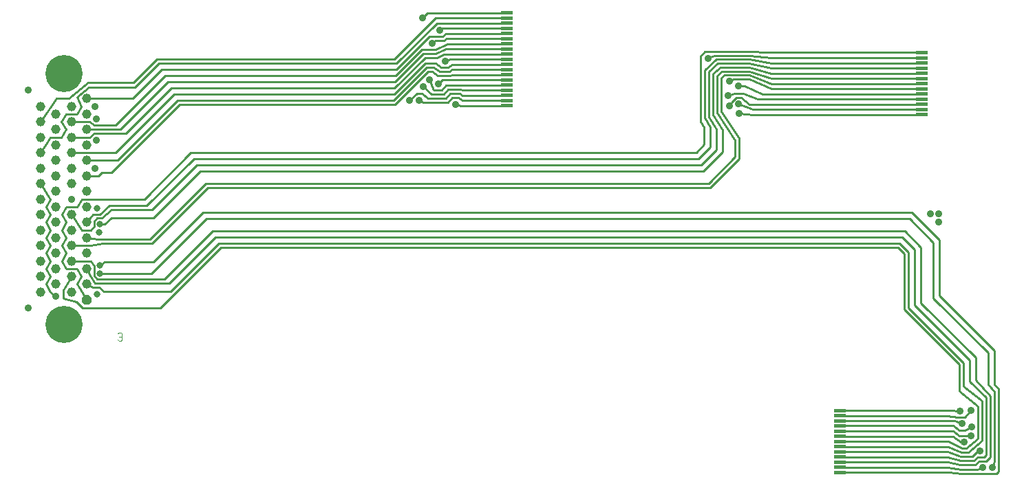
<source format=gbr>
G04 start of page 4 for group 2 idx 3
G04 Title: TFlex, Signals *
G04 Creator: pcb-bin 20060822 *
G04 CreationDate: Thu May  3 09:53:11 2007 UTC *
G04 For: stephan *
G04 Format: Gerber/RS-274X *
G04 PCB-Dimensions: 500000 300000 *
G04 PCB-Coordinate-Origin: lower left *
%MOIN*%
%FSLAX24Y24*%
%LNGROUP2*%
%ADD11C,0.0100*%
%ADD12C,0.0040*%
%ADD13C,0.0460*%
%ADD14C,0.0200*%
%ADD15C,0.1800*%
%ADD16C,0.0360*%
%ADD17C,0.0320*%
%ADD18R,0.0170X0.0170*%
%ADD19C,0.0260*%
%ADD20C,0.1050*%
%ADD21C,0.0120*%
G54D11*X48275Y4915D02*X48180Y4620D01*
X47875Y4925D02*X48075Y5125D01*
X47785D02*X47875Y5215D01*
X47560Y4925D02*X47875D01*
X47360Y4730D02*X47560Y4925D01*
X47480Y5125D02*X47785D01*
X47275Y4940D02*X47480Y5125D01*
X47200Y5145D02*X47485Y5420D01*
X47575D01*
X47000Y5335D02*X47675Y5910D01*
X46920Y5545D02*X47475Y6000D01*
X46635Y5145D02*X47200D01*
X46635Y4940D02*X47275D01*
X46600Y4730D02*X47360D01*
X46635Y5845D02*X46815D01*
X46595Y6150D02*X47155D01*
X48375Y4325D02*X48475Y4425D01*
Y8410D01*
X48275Y8270D02*Y4915D01*
X48075Y5125D02*Y8075D01*
X47875Y8025D02*Y5215D01*
X47675Y5910D02*Y7845D01*
X47475Y7575D02*Y6000D01*
X46845Y7045D02*X47135Y7380D01*
X46835Y6410D02*X47170Y6585D01*
X46680Y4325D02*X48375D01*
X47450Y4525D02*X47705Y4620D01*
X46665Y4525D02*X47450D01*
X46575Y8310D02*X47475Y7575D01*
X46695Y5335D02*X47000D01*
X46095Y4370D02*X46680Y4325D01*
X46020Y4875D02*X46600Y4730D01*
X46020Y4625D02*X46665Y4525D01*
X46055Y5625D02*X46695Y5335D01*
X46015Y5125D02*X46635Y4940D01*
X46015Y5375D02*X46635Y5145D01*
X46710Y5545D02*X46920D01*
X46275Y6125D02*X46635Y5845D01*
X46265Y6375D02*X46595Y6150D01*
X46035Y5875D02*X46710Y5545D01*
X46595Y6410D02*X46835D01*
X46335Y6875D02*X46710Y6730D01*
X46275Y6630D02*X46595Y6410D01*
X46520Y7045D02*X46845D01*
X45965Y7125D02*X46520Y7045D01*
X45325Y15525D02*Y12825D01*
X44725Y15285D02*Y12585D01*
X45625Y15645D02*Y12945D01*
X44425Y12465D02*Y15165D01*
X44125Y12345D02*Y15045D01*
X43925Y12265D02*Y14965D01*
X44725Y12585D02*X47375Y9935D01*
X47075Y9815D02*X44425Y12465D01*
X45325Y12825D02*X47975Y10175D01*
X46775Y9695D02*X44125Y12345D01*
X45625Y12945D02*X48275Y10295D01*
X46575Y9615D02*X43925Y12265D01*
X43935Y16075D02*X44725Y15285D01*
X44425Y15165D02*X43815Y15775D01*
X44175Y16675D02*X45325Y15525D01*
X44125Y15045D02*X43695Y15475D01*
X43925Y14965D02*X43615Y15275D01*
X48275Y8645D02*Y10295D01*
X48475Y8410D02*X48275Y8645D01*
X47975Y10175D02*Y8660D01*
X48275Y8270D01*
X47375Y8845D02*Y9935D01*
X47075Y9815D02*Y8765D01*
X46775Y8535D02*Y9695D01*
X48075Y8075D02*X47375Y8845D01*
X47075Y8765D02*X47875Y8025D01*
X47675Y7845D02*X46775Y8535D01*
X46575Y9615D02*Y8310D01*
X46105Y7375D02*X46610Y7350D01*
X40985Y5375D02*X46015D01*
X40985Y5125D02*X46015D01*
X40985Y4625D02*X46020D01*
X40985Y4875D02*X46020D01*
X40985Y5625D02*X46055D01*
X40985Y4370D02*X46095D01*
X40985Y7375D02*X46105D01*
X40985Y7125D02*X45965D01*
X40985Y5875D02*X46035D01*
X40985Y6375D02*X46265D01*
X40985Y6630D02*X46275D01*
X40985Y6125D02*X46275D01*
X40985Y6875D02*X46335D01*
X37490Y24475D02*X36415Y24595D01*
X37490Y23975D02*X36395Y24205D01*
X37490Y23715D02*X36400Y24015D01*
X36810Y22470D02*X36125Y22755D01*
X36415Y22225D02*X36020Y22555D01*
X37490Y22975D02*X36400Y23450D01*
X37040Y22725D02*X36195Y23120D01*
X35890D01*
X36125Y22755D02*X35670D01*
X37295Y24730D02*X36470Y24775D01*
X37490Y23470D02*X36400Y23825D01*
Y23450D02*X35655D01*
X37490Y23225D02*X36400Y23635D01*
X35655Y23450D02*X35445Y23330D01*
X35725Y19665D02*Y20465D01*
X34515Y18175D02*X35925Y19585D01*
Y20580D01*
X36020Y22555D02*X35775D01*
X35125Y19905D02*Y20965D01*
X34195Y18975D02*X35125Y19905D01*
X34825Y20025D02*X34075Y19275D01*
X35775Y22555D02*X35565Y22355D01*
X35445Y22130D01*
X36610Y21725D02*X35900Y21775D01*
X35670Y22755D02*X35390Y22645D01*
X36400Y24015D02*X35010D01*
X36395Y24205D02*X34890D01*
X36400Y23825D02*X35090D01*
X36410Y24405D02*X34810D01*
X36400Y23635D02*X35205D01*
X36415Y24595D02*X34730D01*
X35045Y21870D02*Y23500D01*
X34850Y21805D02*Y23625D01*
X35090Y23825D02*X34850Y23625D01*
X34645Y21710D02*Y23710D01*
X35205Y23635D02*X35045Y23500D01*
X34645Y23710D02*X35010Y24015D01*
X34890Y24205D02*X34445Y23805D01*
X36470Y24775D02*X34260D01*
X34235Y23870D02*Y21570D01*
X34810Y24405D02*X34235Y23870D01*
X34445Y23805D02*Y21605D01*
X34035Y24530D02*Y21390D01*
X34730Y24595D02*X34420Y24485D01*
X34260Y24775D02*X34035Y24530D01*
X44590Y23225D02*X37490D01*
X44590Y22975D02*X37490D01*
X44590Y23475D02*X37490Y23470D01*
X44590Y24225D02*X37495D01*
X44590Y23715D02*X37490D01*
X44590Y23975D02*X37490D01*
X44590Y24475D02*X37490D01*
X44590Y24730D02*X37295D01*
X44590Y22725D02*X37040D01*
X37495Y24225D02*X36410Y24405D01*
X36570Y21980D02*X35890Y22240D01*
X44590Y22225D02*X36415D01*
X35925Y20580D02*X35045Y21870D01*
X34825Y21015D02*Y20025D01*
X35725Y20465D02*X34850Y21805D01*
X35125Y20965D02*X34645Y21710D01*
X34525Y21100D02*Y20145D01*
X34445Y21605D02*X34825Y21015D01*
X44590Y21725D02*X36610D01*
X44590Y21975D02*X36570Y21980D01*
X44295Y16975D02*X45625Y15645D01*
X34435Y18375D02*X35725Y19665D01*
X34225Y21115D02*Y20265D01*
X34235Y21570D02*X34525Y21100D01*
X34035Y21390D02*X34225Y21115D01*
X44590Y22470D02*X36810D01*
X34525Y20145D02*X33955Y19575D01*
X34225Y20265D02*X33835Y19875D01*
X22025Y23900D02*X24375D01*
X22025Y24150D02*X24375D01*
Y24400D02*X21900D01*
X21125Y24000D02*X21400Y23800D01*
X24375Y22400D02*X22500D01*
X24375Y22650D02*X22500D01*
X24375Y22900D02*X22500D01*
Y22400D02*X22325Y22550D01*
X22500Y22900D02*X22425Y22950D01*
X22500Y22650D02*X22375Y22750D01*
X22050Y23650D02*X24375D01*
X21700Y23150D02*X24375D01*
Y23400D02*X21550D01*
X21500Y22900D02*X21700Y23150D01*
X21550Y23400D02*X21350Y23225D01*
X20925Y23425D02*X21100Y22900D01*
X20700Y24200D02*X21200D01*
X20775Y24000D02*X21125D01*
X19200Y22700D02*X20700Y24200D01*
X19250Y22200D02*X20850Y23800D01*
X19175Y22400D02*X20775Y24000D01*
X43615Y15275D02*X10800D01*
X43695Y15475D02*X10700D01*
X43815Y15775D02*X10550D01*
X10100Y16675D02*X44175D01*
X10400Y16075D02*X43935D01*
X9950Y16975D02*X44295D01*
X22325Y22550D02*X22000D01*
X22375Y22750D02*X21900D01*
X22000Y22550D02*X21800Y22300D01*
X22425Y22950D02*X21800D01*
X21900Y22750D02*X21700Y22500D01*
X24375Y22150D02*X22450D01*
X21100Y22900D02*X21500D01*
X21700Y22500D02*X20850D01*
X22450Y22150D02*X22175Y22225D01*
X9800Y18975D02*X34195D01*
X34075Y19275D02*X9650D01*
X10075Y18375D02*X34435D01*
X33955Y19575D02*X9500D01*
X10175Y18175D02*X34515D01*
X33835Y19875D02*X9350D01*
X21775Y25150D02*X24375D01*
Y25900D02*X21500D01*
X21725Y25650D02*X24375D01*
X21500Y25900D02*X21425Y25825D01*
X24375Y25400D02*X21750D01*
X21275Y26150D02*X24375D01*
X21700Y24900D02*X24375D01*
X21225Y26400D02*X24375D01*
X21600Y24650D02*X24375D01*
X20800Y26650D02*X24375D01*
X21800Y22950D02*X21600Y22700D01*
X21875Y23600D02*X22050Y23650D01*
X21325Y23600D02*X21875D01*
X21800Y24000D02*X22025Y24150D01*
X21900Y24400D02*X21675Y24325D01*
X21475Y24000D02*X21800D01*
X21875Y23800D02*X22025Y23900D01*
X21400Y23800D02*X21875D01*
X21200Y24200D02*X21475Y24000D01*
X21050Y23800D02*X21325Y23600D01*
X21600Y22700D02*X21000D01*
X20600Y23075D01*
X21225Y24675D02*X21700Y24900D01*
X21275Y24475D02*X21600Y24650D01*
X21200Y24875D02*X21775Y25150D01*
X21750Y25400D02*X21625Y25300D01*
X21550Y25500D02*X21725Y25650D01*
X21625Y25300D02*X21225D01*
X21050Y25175D01*
X20900Y25500D02*X21550D01*
X20575Y26425D02*X20800Y26650D01*
X20625Y24675D02*X21225D01*
X20550Y24875D02*X21200D01*
X20700Y24475D02*X21275D01*
X19325Y24200D02*X21275Y26150D01*
X19250Y23300D02*X20625Y24675D01*
X19225Y23000D02*X20700Y24475D01*
X20850Y23800D02*X21050D01*
X19300Y23900D02*X20900Y25500D01*
X19275Y23600D02*X20550Y24875D01*
X19225Y24400D02*X21225Y26400D01*
X21800Y22300D02*X20600D01*
X20850Y22500D02*X20550Y22750D01*
X20600Y22300D02*X20425Y22425D01*
X20550Y22750D02*X20300D01*
X19950Y22425D01*
X8800Y22200D02*X19250D01*
X8700Y22400D02*X19175D01*
X8550Y22700D02*X19200D01*
X8400Y23000D02*X19225D01*
X8250Y23300D02*X19250D01*
X8100Y23600D02*X19275D01*
X7800Y24200D02*X19325D01*
X7950Y23900D02*X19300D01*
X7700Y24400D02*X19225D01*
X8075Y13750D02*X10400Y16075D01*
X10550Y15775D02*X8325Y13550D01*
X10700Y15475D02*X8375Y13150D01*
X10800Y15275D02*X7875Y12350D01*
X7475Y15475D02*X10175Y18175D01*
X7550Y14575D02*X9950Y16975D01*
X7450Y14025D02*X10100Y16675D01*
X7375Y15675D02*X10075Y18375D01*
X7550Y16725D02*X9800Y18975D01*
X9650Y19275D02*X7475Y17100D01*
X9500Y19575D02*X7225Y17300D01*
X9350Y19875D02*X7100Y17625D01*
X8375Y13150D02*X5150D01*
X7550Y14575D02*X5175D01*
X4950Y14425D01*
X4800Y13750D02*X8075D01*
X4950Y14025D02*X7450D01*
X8325Y13550D02*X4725D01*
X3850Y13500D02*X4050Y13875D01*
X3850Y14250D01*
X4900Y13350D02*X4600D01*
X4325Y13500D01*
X5150Y13150D02*X4900Y13350D01*
X4325Y12750D02*X3850Y13500D01*
X7875Y12350D02*X4100D01*
X3800Y12650D01*
X4525Y14625D02*X4675Y14375D01*
X4725Y13550D02*X4475Y13900D01*
X4675Y14375D02*Y13925D01*
X4800Y13750D01*
X4475Y13900D02*X4325Y14250D01*
X3575Y14625D02*X4525D01*
X3175Y12825D02*Y13225D01*
X3800Y12650D02*X3175Y12825D01*
X7550Y16725D02*X5500D01*
X7475Y15475D02*X5075D01*
X4875Y15675D02*X7375D01*
X5500Y17100D02*X7475D01*
X5050Y16700D02*X5500Y17100D01*
X4950Y16875D02*X5400Y17300D01*
X5525Y18925D02*X5050D01*
X4875Y18750D01*
X5800Y19500D02*X4325D01*
X5400Y17300D02*X7225D01*
X7100Y17625D02*X4075D01*
X3850Y17250D02*X4075Y17625D01*
X3325Y17250D02*X3850D01*
X3300Y14250D02*X3100Y14625D01*
X3300Y15000D01*
X3100Y15375D01*
X3300Y15750D01*
X3100Y16125D01*
X3325Y16500D01*
X3100Y16875D01*
X3325Y17250D01*
X5075Y15475D02*X4525Y15375D01*
X4325Y15750D02*X4875Y15675D01*
X4525Y15375D02*X3575D01*
X5500Y16725D02*X5175Y16425D01*
X4950D01*
X4825Y16700D02*X5050D01*
X4675Y16550D02*X4825Y16700D01*
X4675Y16325D02*Y16550D01*
X4500Y16125D02*X4675Y16325D01*
X4325Y16500D02*X4600Y16875D01*
X4075Y16125D02*X4500D01*
X4600Y16875D02*X4950D01*
X3575D02*X4075Y16125D01*
X3850Y14250D02*X3300D01*
X3175Y13225D02*X3575Y13875D01*
X2550D02*X2350Y14250D01*
X2550Y14625D01*
X2350Y15000D01*
X2550Y15375D01*
X2350Y15750D01*
X2825Y12925D02*X2550Y13125D01*
X2350Y13500D01*
X2550Y13875D01*
X2350Y15750D02*X2550Y16125D01*
X2350Y16500D01*
X2550Y16875D01*
X2350Y17250D01*
X2550Y17625D01*
X2075Y18375D01*
X6200Y20800D02*X8400Y23000D01*
X6650Y23050D02*X7800Y24200D01*
X6575Y23275D02*X7700Y24400D01*
X6550Y22500D02*X7950Y23900D01*
X5950Y21000D02*X8250Y23300D01*
X5700Y21200D02*X8100Y23600D01*
X5725Y19875D02*X8550Y22700D01*
X8700Y22400D02*X5800Y19500D01*
X8800Y22200D02*X5525Y18925D01*
X4375Y23275D02*X6575D01*
X4325Y22500D02*X6550D01*
X6650Y23050D02*X4400D01*
X3850Y22575D02*X4400Y23050D01*
X4675Y20800D02*X6200D01*
X4450Y20625D02*X4675Y20800D01*
X3575Y19875D02*X5725D01*
X3850Y21750D02*X4050Y22125D01*
X3850Y22575D01*
X3575Y21375D02*X4450D01*
X3450Y22500D02*X4375Y23275D01*
X4325Y18750D02*X4875D01*
X4675Y21200D02*X5700D01*
X4450Y21375D02*X4675Y21200D01*
X4325Y21000D02*X5950D01*
X3325D02*X3075Y21375D01*
X3325Y21750D01*
X3850D01*
X2850Y22500D02*X3450D01*
X2075Y21375D02*X2850Y22500D01*
X3575Y20625D02*X4450D01*
X3075D02*X3325Y21000D01*
X2550Y20625D02*X3075D01*
X2075Y19875D02*X2550Y20625D01*
G54D12*X5825Y11100D02*X5875Y11150D01*
X5975D01*
X6025Y11100D01*
Y10800D01*
X5975Y10750D02*X6025Y10800D01*
X5875Y10750D02*X5975D01*
X5825Y10800D02*X5875Y10750D01*
Y10950D02*X6025D01*
G54D13*X4325Y15000D03*
Y15750D03*
Y16500D03*
Y17250D03*
Y18000D03*
Y18750D03*
Y19500D03*
Y20250D03*
Y21000D03*
Y21750D03*
Y22500D03*
X3575Y14625D03*
Y15375D03*
Y16125D03*
Y16875D03*
Y18375D03*
Y19125D03*
Y19875D03*
Y20625D03*
Y21375D03*
X4325Y13500D03*
Y14250D03*
X3575Y13125D03*
G54D14*G36*
X4555Y12845D02*X4420Y12980D01*
X4229D01*
X4095Y12845D01*
Y12654D01*
X4229Y12520D01*
X4420D01*
X4555Y12654D01*
Y12845D01*
G37*
G54D13*X3575Y13875D03*
X2825Y18000D03*
Y18750D03*
Y19500D03*
Y20250D03*
Y21000D03*
Y21750D03*
Y15000D03*
Y15750D03*
X2075Y15375D03*
X2825Y16500D03*
Y17250D03*
X2075Y16125D03*
Y16875D03*
X3575Y22125D03*
G54D15*X3200Y23700D03*
G54D13*X2075Y22125D03*
X2825Y13500D03*
Y14250D03*
X2075Y13125D03*
Y13875D03*
G54D15*X3200Y11550D03*
G54D13*X2075Y14625D03*
Y17625D03*
Y19875D03*
Y20625D03*
Y18375D03*
Y21375D03*
Y19125D03*
G54D16*X48180Y4620D03*
X47705D03*
X47575Y5420D03*
X47155Y6150D03*
X46815Y5845D03*
X47170Y6585D03*
X47135Y7380D03*
X46710Y6730D03*
X46610Y7350D03*
X45575Y16925D03*
Y16525D03*
X45175Y16925D03*
X35900Y21775D03*
X35445Y22130D03*
X35890Y22240D03*
X35390Y22645D03*
X35445Y23330D03*
X35890Y23120D03*
X34400Y24450D03*
X22175Y22225D03*
X21675Y24325D03*
X21425Y25825D03*
X21350Y23225D03*
X21050Y25175D03*
X20925Y23425D03*
X20600Y23075D03*
X20575Y26425D03*
X20425Y22425D03*
X19950D03*
X4775Y20475D03*
G54D17*X4800Y17175D03*
G54D16*X4725Y19125D03*
X3575Y17625D03*
X4775Y21525D03*
X4725Y22125D03*
X1475Y22900D03*
G54D17*X4950Y14025D03*
Y14425D03*
Y16425D03*
X4925Y16025D03*
X4825Y13000D03*
G54D16*X2825Y12925D03*
X1475Y12350D03*
G54D18*X40600Y4375D02*X41000D01*
X40600Y4625D02*X41000D01*
X40600Y4875D02*X41000D01*
X40600Y5125D02*X41000D01*
X40600Y5375D02*X41000D01*
X40600Y5625D02*X41000D01*
X40600Y5875D02*X41000D01*
X40600Y6125D02*X41000D01*
X40600Y6375D02*X41000D01*
X40600Y6625D02*X41000D01*
X40600Y6875D02*X41000D01*
X40600Y7125D02*X41000D01*
X40600Y7375D02*X41000D01*
X44575Y21725D02*X44975D01*
X44575Y21975D02*X44975D01*
X44575Y22225D02*X44975D01*
X44575Y22475D02*X44975D01*
X44575Y22725D02*X44975D01*
X44575Y22975D02*X44975D01*
X44575Y23225D02*X44975D01*
X44575Y23475D02*X44975D01*
X44575Y23725D02*X44975D01*
X44575Y23975D02*X44975D01*
X44575Y24225D02*X44975D01*
X44575Y24475D02*X44975D01*
X44575Y24725D02*X44975D01*
X24450Y22150D02*X24850D01*
X24450Y22400D02*X24850D01*
X24450Y22650D02*X24850D01*
X24450Y22900D02*X24850D01*
X24450Y23150D02*X24850D01*
X24450Y23400D02*X24850D01*
X24450Y23650D02*X24850D01*
X24450Y23900D02*X24850D01*
X24450Y24150D02*X24850D01*
X24450Y24400D02*X24850D01*
X24450Y24650D02*X24850D01*
X24450Y24900D02*X24850D01*
X24450Y25150D02*X24850D01*
X24450Y25400D02*X24850D01*
X24450Y25650D02*X24850D01*
X24450Y25900D02*X24850D01*
X24450Y26150D02*X24850D01*
X24450Y26400D02*X24850D01*
X24450Y26650D02*X24850D01*
G54D19*%LNGROUP2_C1*%
%LPC*%
G54D20*G54D19*G54D20*G54D19*G54D21*M02*

</source>
